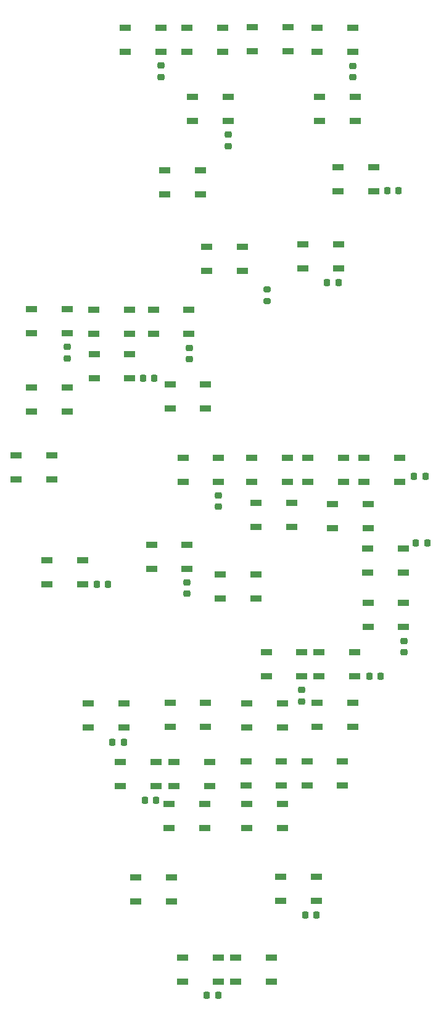
<source format=gbr>
%TF.GenerationSoftware,KiCad,Pcbnew,(6.0.9)*%
%TF.CreationDate,2023-04-01T12:32:25-08:00*%
%TF.ProjectId,EXT LT PANEL,45585420-4c54-4205-9041-4e454c2e6b69,3*%
%TF.SameCoordinates,Original*%
%TF.FileFunction,Paste,Top*%
%TF.FilePolarity,Positive*%
%FSLAX46Y46*%
G04 Gerber Fmt 4.6, Leading zero omitted, Abs format (unit mm)*
G04 Created by KiCad (PCBNEW (6.0.9)) date 2023-04-01 12:32:25*
%MOMM*%
%LPD*%
G01*
G04 APERTURE LIST*
G04 Aperture macros list*
%AMRoundRect*
0 Rectangle with rounded corners*
0 $1 Rounding radius*
0 $2 $3 $4 $5 $6 $7 $8 $9 X,Y pos of 4 corners*
0 Add a 4 corners polygon primitive as box body*
4,1,4,$2,$3,$4,$5,$6,$7,$8,$9,$2,$3,0*
0 Add four circle primitives for the rounded corners*
1,1,$1+$1,$2,$3*
1,1,$1+$1,$4,$5*
1,1,$1+$1,$6,$7*
1,1,$1+$1,$8,$9*
0 Add four rect primitives between the rounded corners*
20,1,$1+$1,$2,$3,$4,$5,0*
20,1,$1+$1,$4,$5,$6,$7,0*
20,1,$1+$1,$6,$7,$8,$9,0*
20,1,$1+$1,$8,$9,$2,$3,0*%
G04 Aperture macros list end*
%ADD10R,1.500000X0.900000*%
%ADD11RoundRect,0.225000X0.250000X-0.225000X0.250000X0.225000X-0.250000X0.225000X-0.250000X-0.225000X0*%
%ADD12RoundRect,0.225000X0.225000X0.250000X-0.225000X0.250000X-0.225000X-0.250000X0.225000X-0.250000X0*%
%ADD13RoundRect,0.225000X-0.225000X-0.250000X0.225000X-0.250000X0.225000X0.250000X-0.225000X0.250000X0*%
%ADD14RoundRect,0.200000X0.275000X-0.200000X0.275000X0.200000X-0.275000X0.200000X-0.275000X-0.200000X0*%
G04 APERTURE END LIST*
D10*
%TO.C,D1*%
X108915000Y-29414000D03*
X108915000Y-32714000D03*
X113815000Y-32714000D03*
X113815000Y-29414000D03*
%TD*%
%TO.C,D2*%
X117387000Y-29388800D03*
X117387000Y-32688800D03*
X122287000Y-32688800D03*
X122287000Y-29388800D03*
%TD*%
%TO.C,D3*%
X126390000Y-29363200D03*
X126390000Y-32663200D03*
X131290000Y-32663200D03*
X131290000Y-29363200D03*
%TD*%
%TO.C,D4*%
X135230000Y-29414000D03*
X135230000Y-32714000D03*
X140130000Y-32714000D03*
X140130000Y-29414000D03*
%TD*%
%TO.C,D5*%
X135562000Y-38862800D03*
X135562000Y-42162800D03*
X140462000Y-42162800D03*
X140462000Y-38862800D03*
%TD*%
%TO.C,D6*%
X138125000Y-48514800D03*
X138125000Y-51814800D03*
X143025000Y-51814800D03*
X143025000Y-48514800D03*
%TD*%
%TO.C,D7*%
X133299000Y-59132000D03*
X133299000Y-62432000D03*
X138199000Y-62432000D03*
X138199000Y-59132000D03*
%TD*%
%TO.C,D8*%
X120119000Y-59487600D03*
X120119000Y-62787600D03*
X125019000Y-62787600D03*
X125019000Y-59487600D03*
%TD*%
%TO.C,D9*%
X114339000Y-48946800D03*
X114339000Y-52246800D03*
X119239000Y-52246800D03*
X119239000Y-48946800D03*
%TD*%
%TO.C,D10*%
X118149000Y-38888400D03*
X118149000Y-42188400D03*
X123049000Y-42188400D03*
X123049000Y-38888400D03*
%TD*%
%TO.C,D11*%
X96051200Y-68047600D03*
X96051200Y-71347600D03*
X100951200Y-71347600D03*
X100951200Y-68047600D03*
%TD*%
%TO.C,D12*%
X104636000Y-68098400D03*
X104636000Y-71398400D03*
X109536000Y-71398400D03*
X109536000Y-68098400D03*
%TD*%
%TO.C,D13*%
X112776000Y-68123600D03*
X112776000Y-71423600D03*
X117676000Y-71423600D03*
X117676000Y-68123600D03*
%TD*%
%TO.C,D14*%
X104648000Y-74219600D03*
X104648000Y-77519600D03*
X109548000Y-77519600D03*
X109548000Y-74219600D03*
%TD*%
%TO.C,D15*%
X115062000Y-78334400D03*
X115062000Y-81634400D03*
X119962000Y-81634400D03*
X119962000Y-78334400D03*
%TD*%
%TO.C,D16*%
X116840000Y-88392800D03*
X116840000Y-91692800D03*
X121740000Y-91692800D03*
X121740000Y-88392800D03*
%TD*%
%TO.C,D17*%
X112522000Y-100331000D03*
X112522000Y-103631000D03*
X117422000Y-103631000D03*
X117422000Y-100331000D03*
%TD*%
%TO.C,D18*%
X98196000Y-102515000D03*
X98196000Y-105815000D03*
X103096000Y-105815000D03*
X103096000Y-102515000D03*
%TD*%
%TO.C,D19*%
X93917600Y-88062800D03*
X93917600Y-91362800D03*
X98817600Y-91362800D03*
X98817600Y-88062800D03*
%TD*%
%TO.C,D20*%
X96062800Y-78791600D03*
X96062800Y-82091600D03*
X100962800Y-82091600D03*
X100962800Y-78791600D03*
%TD*%
%TO.C,D21*%
X126277000Y-88469200D03*
X126277000Y-91769200D03*
X131177000Y-91769200D03*
X131177000Y-88469200D03*
%TD*%
%TO.C,D22*%
X134010000Y-88392800D03*
X134010000Y-91692800D03*
X138910000Y-91692800D03*
X138910000Y-88392800D03*
%TD*%
%TO.C,D23*%
X141670000Y-88418400D03*
X141670000Y-91718400D03*
X146570000Y-91718400D03*
X146570000Y-88418400D03*
%TD*%
%TO.C,D24*%
X126836000Y-94616000D03*
X126836000Y-97916000D03*
X131736000Y-97916000D03*
X131736000Y-94616000D03*
%TD*%
%TO.C,D25*%
X137402000Y-94768400D03*
X137402000Y-98068400D03*
X142302000Y-98068400D03*
X142302000Y-94768400D03*
%TD*%
%TO.C,D26*%
X142228000Y-100915000D03*
X142228000Y-104215000D03*
X147128000Y-104215000D03*
X147128000Y-100915000D03*
%TD*%
%TO.C,D27*%
X142240000Y-108357000D03*
X142240000Y-111657000D03*
X147140000Y-111657000D03*
X147140000Y-108357000D03*
%TD*%
%TO.C,D28*%
X135534000Y-115114000D03*
X135534000Y-118414000D03*
X140434000Y-118414000D03*
X140434000Y-115114000D03*
%TD*%
%TO.C,D29*%
X128270000Y-115114000D03*
X128270000Y-118414000D03*
X133170000Y-118414000D03*
X133170000Y-115114000D03*
%TD*%
%TO.C,D30*%
X121971000Y-104395000D03*
X121971000Y-107695000D03*
X126871000Y-107695000D03*
X126871000Y-104395000D03*
%TD*%
%TO.C,D31*%
X103835000Y-122124000D03*
X103835000Y-125424000D03*
X108735000Y-125424000D03*
X108735000Y-122124000D03*
%TD*%
%TO.C,D32*%
X115062000Y-122073000D03*
X115062000Y-125373000D03*
X119962000Y-125373000D03*
X119962000Y-122073000D03*
%TD*%
%TO.C,D33*%
X125617000Y-122099000D03*
X125617000Y-125399000D03*
X130517000Y-125399000D03*
X130517000Y-122099000D03*
%TD*%
%TO.C,D34*%
X135280000Y-122073000D03*
X135280000Y-125373000D03*
X140180000Y-125373000D03*
X140180000Y-122073000D03*
%TD*%
%TO.C,D35*%
X108255000Y-130201000D03*
X108255000Y-133501000D03*
X113155000Y-133501000D03*
X113155000Y-130201000D03*
%TD*%
%TO.C,D36*%
X115621000Y-130150000D03*
X115621000Y-133450000D03*
X120521000Y-133450000D03*
X120521000Y-130150000D03*
%TD*%
%TO.C,D37*%
X125476000Y-130049000D03*
X125476000Y-133349000D03*
X130376000Y-133349000D03*
X130376000Y-130049000D03*
%TD*%
%TO.C,D38*%
X133858000Y-130100000D03*
X133858000Y-133400000D03*
X138758000Y-133400000D03*
X138758000Y-130100000D03*
%TD*%
%TO.C,D39*%
X125605000Y-135891000D03*
X125605000Y-139191000D03*
X130505000Y-139191000D03*
X130505000Y-135891000D03*
%TD*%
%TO.C,D40*%
X130279000Y-145949000D03*
X130279000Y-149249000D03*
X135179000Y-149249000D03*
X135179000Y-145949000D03*
%TD*%
%TO.C,D41*%
X124054000Y-156973000D03*
X124054000Y-160273000D03*
X128954000Y-160273000D03*
X128954000Y-156973000D03*
%TD*%
%TO.C,D42*%
X116789000Y-156973000D03*
X116789000Y-160273000D03*
X121689000Y-160273000D03*
X121689000Y-156973000D03*
%TD*%
%TO.C,D43*%
X110388000Y-146000000D03*
X110388000Y-149300000D03*
X115288000Y-149300000D03*
X115288000Y-146000000D03*
%TD*%
%TO.C,D44*%
X114960000Y-135942000D03*
X114960000Y-139242000D03*
X119860000Y-139242000D03*
X119860000Y-135942000D03*
%TD*%
D11*
%TO.C,C2*%
X113820000Y-36170000D03*
X113820000Y-34620000D03*
%TD*%
%TO.C,C3*%
X123038000Y-45638900D03*
X123038000Y-44088900D03*
%TD*%
D12*
%TO.C,C4*%
X146449000Y-51765200D03*
X144899000Y-51765200D03*
%TD*%
D13*
%TO.C,C5*%
X136629000Y-64396600D03*
X138179000Y-64396600D03*
%TD*%
D11*
%TO.C,C6*%
X117686000Y-74912500D03*
X117686000Y-73362500D03*
%TD*%
%TO.C,C7*%
X140139000Y-36190300D03*
X140139000Y-34640300D03*
%TD*%
D12*
%TO.C,C8*%
X112898000Y-77467500D03*
X111348000Y-77467500D03*
%TD*%
D11*
%TO.C,C9*%
X100957000Y-74772700D03*
X100957000Y-73222700D03*
%TD*%
%TO.C,C10*%
X117419000Y-107066000D03*
X117419000Y-105516000D03*
%TD*%
D12*
%TO.C,C11*%
X106541000Y-105771000D03*
X104991000Y-105771000D03*
%TD*%
D11*
%TO.C,C12*%
X121735000Y-95131000D03*
X121735000Y-93581000D03*
%TD*%
D12*
%TO.C,C13*%
X150127000Y-90932000D03*
X148577000Y-90932000D03*
%TD*%
D14*
%TO.C,R1*%
X128422000Y-66946200D03*
X128422000Y-65296200D03*
%TD*%
D13*
%TO.C,C14*%
X148816000Y-100076000D03*
X150366000Y-100076000D03*
%TD*%
D12*
%TO.C,C15*%
X143978000Y-118359000D03*
X142428000Y-118359000D03*
%TD*%
D11*
%TO.C,C16*%
X147147000Y-115139000D03*
X147147000Y-113589000D03*
%TD*%
%TO.C,C17*%
X133165000Y-121847000D03*
X133165000Y-120297000D03*
%TD*%
D13*
%TO.C,C18*%
X107167000Y-127427000D03*
X108717000Y-127427000D03*
%TD*%
%TO.C,C19*%
X111595000Y-135412000D03*
X113145000Y-135412000D03*
%TD*%
%TO.C,C20*%
X120119000Y-162164000D03*
X121669000Y-162164000D03*
%TD*%
%TO.C,C21*%
X133601000Y-151178000D03*
X135151000Y-151178000D03*
%TD*%
M02*

</source>
